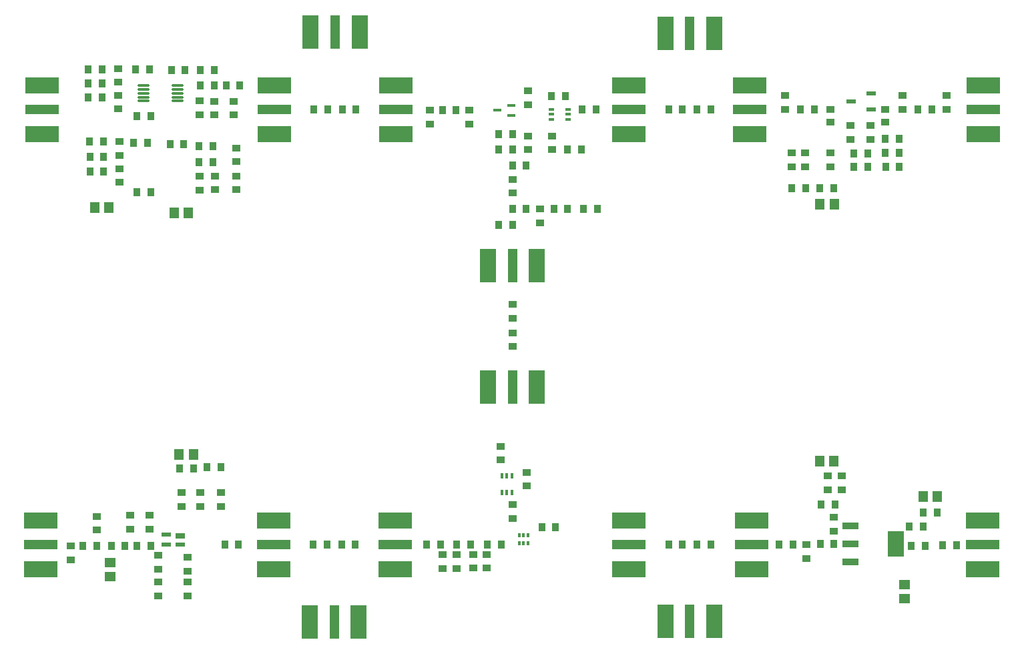
<source format=gbr>
%FSTAX44Y44*%
%MOMM*%
%SFA1B1*%

%IPPOS*%
%AMD23*
4,1,8,-0.701040,-0.139700,0.701040,-0.139700,0.734060,-0.104140,0.734060,0.104140,0.701040,0.139700,-0.701040,0.139700,-0.734060,0.104140,-0.734060,-0.104140,-0.701040,-0.139700,0.0*
1,1,0.070000,-0.701040,-0.104140*
1,1,0.070000,0.701040,-0.104140*
1,1,0.070000,0.701040,0.104140*
1,1,0.070000,-0.701040,0.104140*
%
%ADD11R,0.999998X0.899998*%
%ADD12R,0.899998X0.999998*%
%ADD13R,4.199992X1.199998*%
%ADD14R,4.199992X1.999996*%
%ADD15R,2.099996X0.899998*%
%ADD16R,2.099996X3.199994*%
%ADD17R,1.399997X1.199998*%
%ADD18R,1.199998X1.399997*%
%ADD19R,0.787398X0.355599*%
%ADD20R,1.199998X4.199992*%
%ADD21R,1.999996X4.199992*%
G04~CAMADD=23~8~0.0~0.0~578.7~110.2~13.8~0.0~15~0.0~0.0~0.0~0.0~0~0.0~0.0~0.0~0.0~0~0.0~0.0~0.0~180.0~578.0~110.0*
%ADD23D23*%
%ADD24R,0.355599X0.787398*%
%ADD25R,0.304799X0.507999*%
%ADD26R,1.142998X0.457199*%
%ADD27R,1.149998X0.599999*%
%ADD28R,1.149998X0.499999*%
%ADD29R,1.149998X0.799998*%
%ADD30R,1.019998X0.889998*%
%LNradar_1ghz_paste_top-1*%
%LPD*%
G54D11*
X00995999Y-00196749D03*
Y-00179249D03*
X01024999Y-00606249D03*
Y-00588749D03*
X01032499Y-00658749D03*
Y-00641249D03*
X00097499Y-00639999D03*
Y-00657499D03*
X00674999Y-00157499D03*
Y-00174999D03*
X00624999Y-00407249D03*
Y-00424749D03*
X00659999Y-00249999D03*
Y-00267499D03*
X00254999Y-00627249D03*
Y-00609749D03*
X00064999Y-00694999D03*
Y-00677499D03*
X00624999Y-00388749D03*
Y-00371249D03*
X00212999Y-00723249D03*
Y-00740749D03*
X00204999Y-00610249D03*
Y-00627749D03*
X00139999Y-00656249D03*
Y-00638749D03*
X00164999D03*
Y-00656249D03*
X01042499Y-00588749D03*
Y-00606249D03*
X01027999Y-00196749D03*
Y-00179249D03*
X00246749Y-00113499D03*
Y-00130999D03*
X00228499Y-00130749D03*
Y-00113249D03*
X00125249Y-00123249D03*
Y-00105749D03*
X00126749Y-00181999D03*
Y-00164499D03*
X00274749Y-00190249D03*
Y-00172749D03*
X00124999Y-00089499D03*
Y-00071999D03*
X00126499Y-00216499D03*
Y-00198999D03*
X00227999Y-00225999D03*
Y-00208499D03*
X00247749Y-00208249D03*
Y-00225749D03*
X00591999Y-00688249D03*
Y-00705749D03*
X00554139Y-00688649D03*
Y-00706149D03*
X00212999Y-00691999D03*
Y-00709499D03*
X00644999Y-00117999D03*
Y-00100499D03*
Y-00174999D03*
Y-00157499D03*
X00624999Y-00212499D03*
Y-00229999D03*
X00274749Y-00208249D03*
Y-00225749D03*
X00271249Y-00113499D03*
Y-00130999D03*
X00609999Y-00551249D03*
Y-00568749D03*
X00624999Y-00625249D03*
Y-00642749D03*
X00642999Y-00584249D03*
Y-00601749D03*
X00574999Y-00688249D03*
Y-00705749D03*
X00536359Y-00688649D03*
Y-00706149D03*
X01175999Y-00123999D03*
Y-00106499D03*
X00970999Y-00123749D03*
Y-00106249D03*
X01119999Y-00123999D03*
Y-00106499D03*
X01078999Y-00161749D03*
Y-00144249D03*
X01053999Y-00161749D03*
Y-00144249D03*
X00978999Y-00179249D03*
Y-00196749D03*
X00997499Y-00676249D03*
Y-00693749D03*
X00175999Y-00723249D03*
Y-00740749D03*
Y-00689499D03*
Y-00706999D03*
X00228749Y-00609749D03*
Y-00627249D03*
X00519999Y-00124999D03*
Y-00142499D03*
X00569999Y-00124999D03*
Y-00142499D03*
G54D12*
X01075749Y-00196999D03*
X01058249D03*
X01015249Y-00674999D03*
X01032749D03*
X01170749Y-00676499D03*
X01188249D03*
X01148249Y-00677999D03*
X01130749D03*
X01145749Y-00652999D03*
X01128249D03*
X00963249Y-00675999D03*
X00980749D03*
X01146249Y-00635D03*
X01163749D03*
X00677499Y-00249999D03*
X00694999D03*
X00730999Y-00123999D03*
X00713499D03*
X00607499Y-00269999D03*
X00624999D03*
X00642499Y-00249999D03*
X00624999D03*
X00859249Y-00675999D03*
X00876749D03*
X00823249D03*
X00840749D03*
X00202749Y-00578999D03*
X00220249D03*
X00097499Y-00677499D03*
X00079999D03*
X00859249Y-00123999D03*
X00876749D03*
X00823249D03*
X00840749D03*
X00408249Y-00675999D03*
X00425749D03*
X00372249D03*
X00389749D03*
X00426749Y-00123999D03*
X00409249D03*
X00390749D03*
X00373249D03*
X00255249Y-00577999D03*
X00237749D03*
X01058249Y-00179999D03*
X01075749D03*
X01115749Y-00196999D03*
X01098249D03*
X00996749Y-00223999D03*
X00979249D03*
X00662249Y-00653999D03*
X00679749D03*
X00104739Y-00108299D03*
X00087239D03*
X00144499Y-00165999D03*
X00161999D03*
X00227249Y-00190749D03*
X00244749D03*
X00147249Y-00072749D03*
X00164749D03*
X00228999Y-00092999D03*
X00246499D03*
X00261749D03*
X00279249D03*
X00106499Y-00202249D03*
X00088999D03*
X00133749Y-00677499D03*
X00116249D03*
X00536249Y-00124999D03*
X00553749D03*
X00607499Y-00154999D03*
X00624999D03*
X00642499Y-00194999D03*
X00624999D03*
X00209749Y-00073749D03*
X00192249D03*
X00148499Y-00229249D03*
X00165999D03*
X00148749Y-00132249D03*
X00166249D03*
X00208249Y-00168249D03*
X00190749D03*
X00106249Y-00164249D03*
X00088749D03*
X00104739Y-00072739D03*
X00087239D03*
X00106499Y-00183749D03*
X00088999D03*
X00227499Y-00170749D03*
X00244999D03*
X00104739Y-00090519D03*
X00087239D03*
X00229249Y-00073749D03*
X00246749D03*
X00610749Y-00675999D03*
X00593249D03*
X00571749D03*
X00554249D03*
X00533749D03*
X00516249D03*
X01139249Y-00123999D03*
X01156749D03*
X00990249D03*
X01007749D03*
X01097999Y-00178999D03*
X01115499D03*
X01097999Y-00160999D03*
X01115499D03*
X01032499Y-00223999D03*
X01014999D03*
X01033999Y-00624999D03*
X01016499D03*
X00260249Y-00675999D03*
X00277749D03*
X00148749Y-00677499D03*
X00166249D03*
X00714999Y-00249999D03*
X00732499D03*
X00712499Y-00174999D03*
X00694999D03*
X00607499D03*
X00624999D03*
X00674331Y-00106917D03*
X00691831D03*
G54D13*
X00321999Y-00675999D03*
X00027999Y-00123999D03*
X00322999D03*
X00026999Y-00675999D03*
X00772999Y-00123999D03*
X01220999Y-00675999D03*
X00925999Y-00123999D03*
X00772999Y-00675999D03*
X00927999D03*
X01221999Y-00123999D03*
X00475999Y-00675999D03*
X00476999Y-00123999D03*
G54D14*
X00321999Y-00706999D03*
Y-00644999D03*
X00027999Y-00092999D03*
Y-00154999D03*
X00322999D03*
Y-00092999D03*
X00026999Y-00706999D03*
Y-00644999D03*
X00772999Y-00092999D03*
Y-00154999D03*
X01220999Y-00644999D03*
Y-00706999D03*
X00925999Y-00154999D03*
Y-00092999D03*
X00772999Y-00644999D03*
Y-00706999D03*
X00927999D03*
Y-00644999D03*
X01221999Y-00092999D03*
Y-00154999D03*
X00475999Y-00706999D03*
Y-00644999D03*
X00476999Y-00154999D03*
Y-00092999D03*
G54D15*
X01053999Y-00651999D03*
Y-00674999D03*
Y-00697999D03*
G54D16*
X01110999Y-00674999D03*
G54D17*
X01121999Y-00726499D03*
Y-00744499D03*
X00114999Y-00716499D03*
Y-006985D03*
G54D18*
X01163999Y-00614999D03*
X01145999D03*
X00195999Y-00254999D03*
X00213999D03*
X00202249Y-00561749D03*
X00220249D03*
X00113249Y-00248499D03*
X0009525D03*
X01014999Y-00243999D03*
X01032999D03*
X01014499Y-00569999D03*
X01032499D03*
G54D19*
X00674331Y-00123499D03*
Y-00129999D03*
Y-00136499D03*
X00695667D03*
Y-00129999D03*
Y-00123499D03*
G54D20*
X00624999Y-00475999D03*
X00849999Y-00772999D03*
X00398999Y-00773999D03*
X00849999Y-00026999D03*
X00399999Y-00025999D03*
X00624999Y-00321999D03*
G54D21*
X00655999Y-00475999D03*
X00593999D03*
X00818999Y-00772999D03*
X00880999D03*
X00367999Y-00773999D03*
X00429999D03*
X00818999Y-00026999D03*
X00880999D03*
X00368999Y-00025999D03*
X00430999D03*
X00655999Y-00321999D03*
X00593999D03*
G54D23*
X00200399Y-00113219D03*
Y-00108219D03*
Y-00103219D03*
Y-00098219D03*
Y-00093219D03*
X00157399D03*
Y-00098219D03*
Y-00103219D03*
Y-00108219D03*
Y-00113219D03*
G54D24*
X00624499Y-00609667D03*
X00617999D03*
X00611499D03*
Y-00588331D03*
X00617999D03*
X00624499D03*
G54D25*
X0063373Y-00664379D03*
X00639229D03*
X00644729D03*
Y-00674379D03*
X00639229D03*
X0063373D03*
G54D26*
X00606109Y-00124999D03*
X00623889Y-00118499D03*
Y-00131499D03*
G54D27*
X01054299Y-00113999D03*
X01079699Y-00103839D03*
Y-00124159D03*
G54D28*
X00203999Y-00675999D03*
X00185499Y-00662999D03*
Y-00675999D03*
G54D29*
X00203999Y-00664499D03*
G54D30*
X01027999Y-00123859D03*
Y-00140139D03*
X01097999Y-00140279D03*
Y-00123999D03*
M02*
</source>
